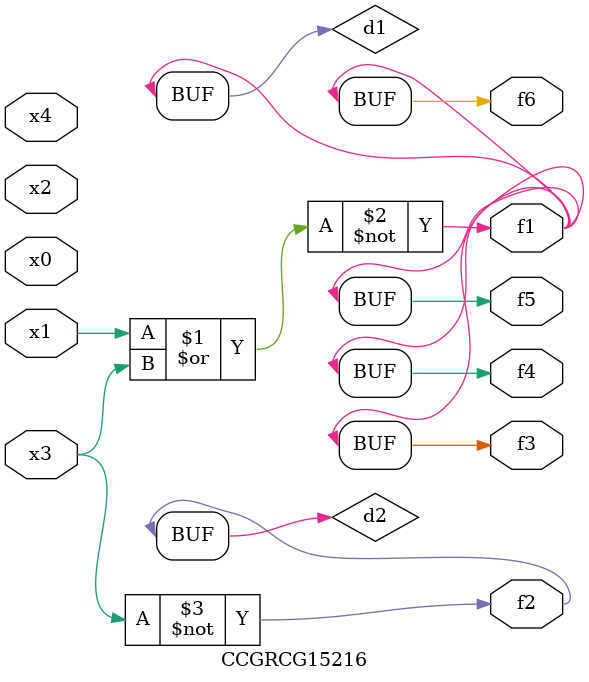
<source format=v>
module CCGRCG15216(
	input x0, x1, x2, x3, x4,
	output f1, f2, f3, f4, f5, f6
);

	wire d1, d2;

	nor (d1, x1, x3);
	not (d2, x3);
	assign f1 = d1;
	assign f2 = d2;
	assign f3 = d1;
	assign f4 = d1;
	assign f5 = d1;
	assign f6 = d1;
endmodule

</source>
